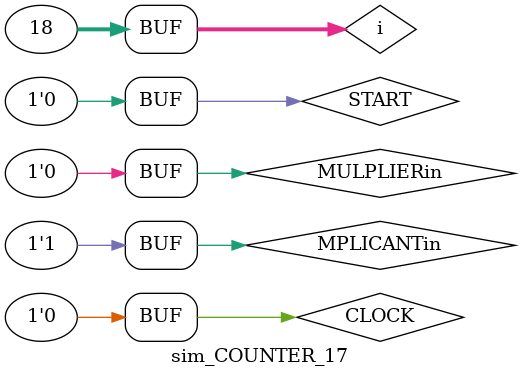
<source format=v>
`timescale 1ns / 1ps


module sim_COUNTER_17();
    wire DONE;
    reg START;
    reg CLOCK;
    reg MPLICANTin;
    reg MULPLIERin;
    COUNTER_17 c(
        .DONE(DONE),
        .CLEAR(START),
        .CLOCK(CLOCK));
    integer i;
    initial begin
        #5 CLOCK=1;
        #5 CLOCK=0;
        START<=1;
        MPLICANTin<=8'd11111111;
        MULPLIERin<=8'b11111110;
        #5 CLOCK=1;
        #5 CLOCK=0;
        #5 CLOCK=1;
        #5 CLOCK=0;
        START<=0;
        for(i=0;i<18;i=i+1) begin
            #5 CLOCK=1;
            #5 CLOCK=0;
        end
    end
endmodule

</source>
